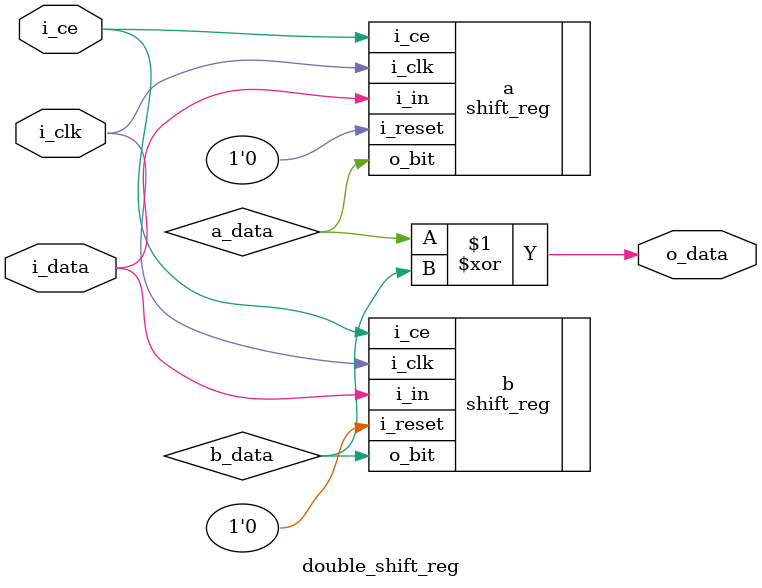
<source format=v>
`default_nettype    none
module double_shift_reg(i_clk, i_ce, i_data, o_data);
    input   wire    i_clk, i_ce;
    input   wire    i_data;
    output  wire    o_data;

    wire    a_data, b_data;

    shift_reg   a(.i_clk(i_clk), .i_reset(1'b0), .i_ce(i_ce), .i_in(i_data), .o_bit(a_data));
    shift_reg   b(.i_clk(i_clk), .i_reset(1'b0), .i_ce(i_ce), .i_in(i_data), .o_bit(b_data));

    assign o_data = a_data ^ b_data;

endmodule

</source>
